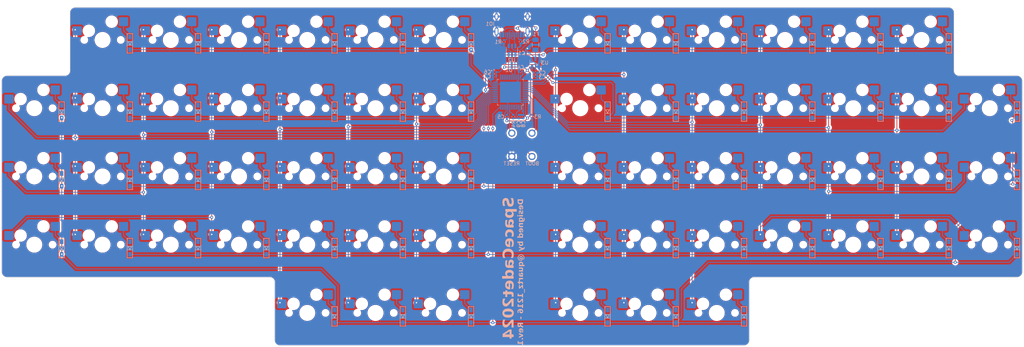
<source format=kicad_pcb>
(kicad_pcb (version 20221018) (generator pcbnew)
  (layers (0 "F.Cu" signal) (31 "B.Cu" signal) (34 "B.Paste" user) (35 "F.Paste" user) (36 "B.SilkS" user "B.Silkscreen") (37 "F.SilkS" user "F.Silkscreen") (38 "B.Mask" user) (39 "F.Mask" user) (44 "Edge.Cuts" user))
  (net 0 "")
  (net 1 "VBUS")
  (net 2 "GND")
  (net 3 "+3.3V")
  (net 4 "BOOT")
  (net 6 "ROW0")
  (net 7 "Net-(D1-A)")
  (net 8 "Net-(D2-A)")
  (net 9 "Net-(D3-A)")
  (net 10 "Net-(D4-A)")
  (net 11 "Net-(D5-A)")
  (net 12 "Net-(D6-A)")
  (net 13 "Net-(D7-A)")
  (net 14 "Net-(D8-A)")
  (net 15 "Net-(D9-A)")
  (net 16 "Net-(D10-A)")
  (net 17 "Net-(D11-A)")
  (net 18 "Net-(D12-A)")
  (net 19 "ROW1")
  (net 20 "Net-(D13-A)")
  (net 21 "Net-(D14-A)")
  (net 22 "Net-(D15-A)")
  (net 23 "Net-(D16-A)")
  (net 24 "Net-(D17-A)")
  (net 25 "Net-(D18-A)")
  (net 26 "Net-(D19-A)")
  (net 27 "Net-(D20-A)")
  (net 28 "Net-(D21-A)")
  (net 29 "Net-(D22-A)")
  (net 30 "Net-(D23-A)")
  (net 31 "Net-(D24-A)")
  (net 32 "ROW2")
  (net 33 "Net-(D25-A)")
  (net 34 "Net-(D26-A)")
  (net 35 "Net-(D27-A)")
  (net 36 "Net-(D28-A)")
  (net 37 "Net-(D29-A)")
  (net 38 "Net-(D30-A)")
  (net 39 "Net-(D31-A)")
  (net 40 "Net-(D32-A)")
  (net 41 "Net-(D33-A)")
  (net 42 "Net-(D34-A)")
  (net 43 "Net-(D35-A)")
  (net 44 "Net-(D36-A)")
  (net 45 "ROW3")
  (net 46 "Net-(D37-A)")
  (net 47 "Net-(D38-A)")
  (net 48 "Net-(D39-A)")
  (net 49 "Net-(D40-A)")
  (net 50 "Net-(D41-A)")
  (net 51 "Net-(D42-A)")
  (net 52 "Net-(D43-A)")
  (net 53 "Net-(D44-A)")
  (net 54 "Net-(D45-A)")
  (net 55 "Net-(D46-A)")
  (net 56 "Net-(D47-A)")
  (net 57 "Net-(D48-A)")
  (net 58 "ROW4")
  (net 59 "Net-(D49-A)")
  (net 60 "Net-(D50-A)")
  (net 61 "Net-(D51-A)")
  (net 62 "Net-(D52-A)")
  (net 63 "Net-(D53-A)")
  (net 64 "Net-(D54-A)")
  (net 65 "Net-(D55-A)")
  (net 66 "Net-(D56-A)")
  (net 67 "Net-(D57-A)")
  (net 68 "Net-(D58-A)")
  (net 69 "Net-(D59-A)")
  (net 70 "Net-(D60-A)")
  (net 71 "Net-(IO1-CC1)")
  (net 72 "DP")
  (net 73 "DN")
  (net 75 "Net-(IO1-CC2)")
  (net 76 "RST")
  (net 78 "COL0")
  (net 79 "COL1")
  (net 80 "COL2")
  (net 81 "COL3")
  (net 82 "COL4")
  (net 83 "COL5")
  (net 84 "COL6")
  (net 85 "COL7")
  (net 86 "COL8")
  (net 87 "COL9")
  (net 88 "COLa")
  (net 89 "COLb")
  (net 103 "D-")
  (net 104 "D+")
  (net 109 "Net-(U3-VI)")
  (footprint "MX_V2:MX-Hotswap-1U" (layer "F.Cu") (at 192.85 21.85)
    (fp_text reference "SW9")
    (fp_text value "SW_PUSH")
  )
  (footprint "MX_V2:MX-Hotswap-1U" (layer "F.Cu") (at 154.85 40.85)
    (fp_text reference "SW19")
    (fp_text value "SW_PUSH")
  )
  (footprint "MX_V2:MX-Hotswap-1U" (layer "F.Cu") (at 40.85 78.85)
    (fp_text reference "SW38")
    (fp_text value "SW_PUSH")
  )
  (footprint "MX_V2:MX-Hotswap-1U" (layer "F.Cu") (at 40.85 40.85)
    (fp_text reference "SW14")
    (fp_text value "SW_PUSH")
  )
  (footprint "MX_V2:MX-Hotswap-1U" (layer "F.Cu") (at 59.85 78.85)
    (fp_text reference "SW39")
    (fp_text value "SW_PUSH")
  )
  (footprint "MX_V2:MX-Hotswap-1U" (layer "F.Cu") (at 78.85 78.85)
    (fp_text reference "SW40")
    (fp_text value "SW_PUSH")
  )
  (footprint "MX_V2:MX-Hotswap-1U" (layer "F.Cu") (at 192.85 40.85)
    (fp_text reference "SW21")
    (fp_text value "SW_PUSH")
  )
  (footprint "MX_V2:MX-Hotswap-1U" (layer "F.Cu") (at 173.85 97.85)
    (fp_text reference "SW56")
    (fp_text value "SW_PUSH")
  )
  (footprint "MX_V2:MX-Hotswap-1U" (layer "F.Cu") (at 192.85 78.85)
    (fp_text reference "SW45")
    (fp_text value "SW_PUSH")
  )
  (footprint "MX_V2:MX-Hotswap-1U" (layer "F.Cu") (at 116.85 59.85)
    (fp_text reference "SW30")
    (fp_text value "SW_PUSH")
  )
  (footprint "MX_V2:MX-Hotswap-1U" (layer "F.Cu") (at 2.85 59.85)
    (fp_text reference "SW50")
    (fp_text value "SW_PUSH")
  )
  (footprint "MX_V2:MX-Hotswap-1U" (layer "F.Cu") (at 192.85 59.85)
    (fp_text reference "SW33")
    (fp_text value "SW_PUSH")
  )
  (footprint "MX_V2:MX-Hotswap-1U" (layer "F.Cu") (at 268.85 59.85)
    (fp_text reference "SW59")
    (fp_text value "SW_PUSH")
  )
  (footprint "MX_V2:MX-Hotswap-1U" (layer "F.Cu") (at 268.85 78.85)
    (fp_text reference "SW58")
    (fp_text value "SW_PUSH")
  )
  (footprint "MX_V2:MX-Hotswap-1U" (layer "F.Cu") (at 249.85 21.85)
    (fp_text reference "SW12")
    (fp_text value "SW_PUSH")
  )
  (footprint "MX_V2:MX-Hotswap-1U" (layer "F.Cu") (at 173.85 59.85)
    (fp_text reference "SW32")
    (fp_text value "SW_PUSH")
  )
  (footprint "MX_V2:MX-Hotswap-1U" (layer "F.Cu") (at 211.85 21.85)
    (fp_text reference "SW10")
    (fp_text value "SW_PUSH")
  )
  (footprint "MX_V2:MX-Hotswap-1U" (layer "F.Cu") (at 211.85 40.85)
    (fp_text reference "SW22")
    (fp_text value "SW_PUSH")
  )
  (footprint "MX_V2:MX-Hotswap-1U" (layer "F.Cu") (at 154.85 78.85)
    (fp_text reference "SW43")
    (fp_text value "SW_PUSH")
  )
  (footprint "MX_V2:MX-Hotswap-1U" (layer "F.Cu") (at 173.85 21.85)
    (fp_text reference "SW8")
    (fp_text value "SW_PUSH")
  )
  (footprint "MX_V2:MX-Hotswap-1U" (layer "F.Cu") (at 154.85 97.85)
    (fp_text reference "SW55")
    (fp_text value "SW_PUSH")
  )
  (footprint "MX_V2:MX-Hotswap-1U" (layer "F.Cu") (at 173.85 78.85)
    (fp_text reference "SW44")
    (fp_text value "SW_PUSH")
  )
  (footprint "MX_V2:MX-Hotswap-1U" (layer "F.Cu") (at 21.85 78.85)
    (fp_text reference "SW37")
    (fp_text value "SW_PUSH")
  )
  (footprint "MX_V2:MX-Hotswap-1U" (layer "F.Cu") (at 21.85 21.85)
    (fp_text reference "SW1")
    (fp_text value "SW_PUSH")
  )
  (footprint "MX_V2:MX-Hotswap-1U" (layer "F.Cu") (at 78.85 59.85)
    (fp_text reference "SW28")
    (fp_text value "SW_PUSH")
  )
  (footprint "MX_V2:MX-Hotswap-1U" (layer "F.Cu") (at 230.85 78.85)
    (fp_text reference "SW47")
    (fp_text value "SW_PUSH")
  )
  (footprint "MX_V2:MX-Hotswap-1U" (layer "F.Cu") (at 97.85 59.85)
    (fp_text reference "SW29")
    (fp_text value "SW_PUSH")
  )
  (footprint "MX_V2:MX-Hotswap-1U" (layer "F.Cu") (at 154.85 59.85)
    (fp_text reference "SW31")
    (fp_text value "SW_PUSH")
  )
  (footprint "MX_V2:MX-Hotswap-1U" (layer "F.Cu") (at 249.85 40.85)
    (fp_text reference "SW24")
    (fp_text value "SW_PUSH")
  )
  (footprint "MX_V2:MX-Hotswap-1U" (layer "F.Cu") (at 59.86 59.85)
    (fp_text reference "SW27")
    (fp_text value "SW_PUSH")
  )
  (footprint "MX_V2:MX-Hotswap-1U" (layer "F.Cu") (at 192.85 97.85)
    (fp_text reference "SW57")
    (fp_text value "SW_PUSH")
  )
  (footprint "MX_V2:MX-Hotswap-1U" (layer "F.Cu") (at 21.85 40.85)
    (fp_text reference "SW13")
    (fp_text value "SW_PUSH")
  )
  (footprint "MX_V2:MX-Hotswap-1U" (layer "F.Cu") (at 97.85 97.85)
    (fp_text reference "SW53")
    (fp_text value "SW_PUSH")
  )
  (footprint "MX_V2:MX-Hotswap-1U" (layer "F.Cu") (at 211.85 59.85)
    (fp_text reference "SW34")
    (fp_text value "SW_PUSH")
  )
  (footprint "MX_V2:MX-Hotswap-1U" (layer "F.Cu") (at 268.85 40.85)
    (fp_text reference "SW60")
    (fp_text value "SW_PUSH")
  )
  (footprint "MX_V2:MX-Hotswap-1U" (layer "F.Cu") (at 97.85 40.85)
    (fp_text reference "SW17")
    (fp_text value "SW_PUSH")
  )
  (footprint "MX_V2:MX-Hotswap-1U" (layer "F.Cu") (at 116.85 21.85)
    (fp_text reference "SW6")
    (fp_text value "SW_PUSH")
  )
  (footprint "MX_V2:MX-Hotswap-1U" (layer "F.Cu") (at 97.85 78.85)
    (fp_text reference "SW41")
    (fp_text value "SW_PUSH")
  )
  (footprint "MX_V2:MX-Hotswap-1U" (layer "F.Cu") (at 78.85 97.85)
    (fp_text reference "SW52")
    (fp_text value "SW_PUSH")
  )
  (footprint "MX_V2:MX-Hotswap-1U" (layer "F.Cu") (at 21.85 59.85)
    (fp_text reference "SW25")
    (fp_text value "SW_PUSH")
  )
  (footprint "MX_V2:MX-Hotswap-1U" (layer "F.Cu") (at 249.85 78.85)
    (fp_text reference "SW48")
    (fp_text value "SW_PUSH")
  )
  (footprint "MX_V2:MX-Hotswap-1U" (layer "F.Cu") (at 116.85 78.85)
    (fp_text reference "SW42")
    (fp_text value "SW_PUSH")
  )
  (footprint "MX_V2:MX-Hotswap-1U" (layer "F.Cu") (at 249.85 59.85)
    (fp_text reference "SW36")
    (fp_text value "SW_PUSH")
  )
  (footprint "MX_V2:MX-Hotswap-1U" (layer "F.Cu") (at 154.85 21.85)
    (fp_text reference "SW7")
    (fp_text value "SW_PUSH")
  )
  (footprint "MX_V2:MX-Hotswap-1U" (layer "F.Cu") (at 78.85 21.85)
    (fp_text reference "SW4")
    (fp_text value "SW_PUSH")
  )
  (footprint "MX_V2:MX-Hotswap-1U" (layer "F.Cu") (at 59.85 21.85)
    (fp_text reference "SW3")
    (fp_text value "SW_PUSH")
  )
  (footprint "MX_V2:MX-Hotswap-1U" (layer "F.Cu") (at 116.85 40.85)
    (fp_text reference "SW18")
    (fp_text value "SW_PUSH")
  )
  (footprint "MX_V2:MX-Hotswap-1U" (layer "F.Cu") (at 230.85 21.85)
    (fp_text reference "SW11")
    (fp_text value "SW_PUSH")
  )
  (footprint "MX_V2:MX-Hotswap-1U" (layer "F.Cu") (at 2.85 40.85)
    (fp_text reference "SW49")
    (fp_text value "SW_PUSH")
  )
  (footprint "MX_V2:MX-Hotswap-1U" (layer "F.Cu") (at 78.85 40.85)
    (fp_text reference "SW16")
    (fp_text value "SW_PUSH")
  )
  (footprint "MX_V2:MX-Hotswap-1U" (layer "F.Cu") (at 173.85 40.85)
    (fp_text reference "SW20")
    (fp_text value "SW_PUSH")
  )
  (footprint "MX_V2:MX-Hotswap-1U" (layer "F.Cu") (at 211.85 78.85)
    (fp_text reference "SW46")
    (fp_text value "SW_PUSH")
  )
  (footprint "MX_V2:MX-Hotswap-1U" (layer "F.Cu") (at 230.85 59.85)
    (fp_text reference "SW35")
    (fp_text value "SW_PUSH")
  )
  (footprint "MX_V2:MX-Hotswap-1U" (layer "F.Cu") (at 59.85 40.85)
    (fp_text reference "SW15")
    (fp_text value "SW_PUSH")
  )
  (footprint "MX_V2:MX-Hotswap-1U" (layer "F.Cu") (at 40.85 59.85)
    (fp_text reference "SW26")
    (fp_text value "SW_PUSH")
  )
  (footprint "MX_V2:MX-Hotswap-1U" (layer "F.Cu") (at 40.85 21.85)
    (fp_text reference "SW2")
    (fp_text value "SW_PUSH")
  )
  (footprint "MX_V2:MX-Hotswap-1U" (layer "F.Cu") (at 97.85 21.85)
    (fp_text reference "SW5")
    (fp_text value "SW_PUSH")
  )
  (footprint "MX_V2:MX-Hotswap-1U" (layer "F.Cu") (at 230.85 40.85)
    (fp_text reference "SW23")
    (fp_text value "SW_PUSH")
  )
  (footprint "MX_V2:MX-Hotswap-1U" (layer "F.Cu") (at 116.85 97.85)
    (fp_text reference "SW54")
    (fp_text value "SW_PUSH")
  )
  (footprint "MX_V2:MX-Hotswap-1U" (layer "F.Cu") (at 2.85 78.85)
    (fp_text reference "SW51")
    (fp_text value "SW_PUSH")
  )
  (footprint "kbd:D3_SMD" (layer "B.Cu") (at 257.45 22.8 90)
    (fp_text reference "D12" hide)
    (fp_text value "D_Small" hide)
  )
  (footprint "kbd:D3_SMD" (layer "B.Cu") (at 181.45 22.8 90)
    (fp_text reference "D8" hide)
    (fp_text value "D_Small" hide)
  )
  (footprint "kbd:D3_SMD" (layer "B.Cu") (at 181.45 79.8 90)
    (fp_text reference "D44" hide)
    (fp_text value "D_Small" hide)
  )
  (footprint "kbd:ResetSW" (layer "B.Cu") (at 135.8 51.05 -90)
    (fp_text reference "RS1" hide)
    (fp_text value "RST")
  )
  (footprint "kbd:D3_SMD" (layer "B.Cu") (at 86.45 79.8 90)
    (fp_text reference "D40" hide)
    (fp_text value "D_Small" hide)
  )
  (footprint "kbd:D3_SMD" (layer "B.Cu") (at 67.45 60.8 90)
    (fp_text reference "D27" hide)
    (fp_text value "D_Small" hide)
  )
  (footprint "kbd:D3_SMD" (layer "B.Cu") (at 162.45 41.8 90)
    (fp_text reference "D19" hide)
    (fp_text value "D_Small" hide)
  )
  (footprint "kbd:D3_SMD" (layer "B.Cu") (at 181.45 60.8 90)
    (fp_text reference "D32" hide)
    (fp_text value "D_Small" hide)
  )
  (footprint "Fuse:Fuse_1206_3216Metric" (layer "B.Cu") (at 142.4 23.2 -90)
    (fp_text reference "F1")
    (fp_text value "500mA")
  )
  (footprint "Package_TO_SOT_SMD:SOT-23-3" (layer "B.Cu") (at 142.4 28.2 90)
    (fp_text reference "U3")
    (fp_text value "XC6206PxxxMR")
  )
  (footprint "Resistor_SMD:R_0402_1005Metric" (layer "B.Cu") (at 138.2 22.325 -90)
    (fp_text reference "R2")
    (fp_text value "5.1k")
  )
  (footprint "Capacitor_SMD:C_0402_1005Metric" (layer "B.Cu") (at 139 43.2 90)
    (fp_text reference "C8")
    (fp_text value "100n")
  )
  (footprint "kbd:D3_SMD" (layer "B.Cu") (at 86.45 22.8 90)
    (fp_text reference "D4" hide)
    (fp_text value "D_Small" hide)
  )
  (footprint "kbd:D3_SMD" (layer "B.Cu") (at 48.45 79.8 90)
    (fp_text reference "D38" hide)
    (fp_text value "D_Small" hide)
  )
  (footprint "kbd:D3_SMD" (layer "B.Cu") (at 67.45 22.8 90)
    (fp_text reference "D3" hide)
    (fp_text value "D_Small" hide)
  )
  (footprint "kbd:D3_SMD" (layer "B.Cu") (at 86.45 98.8 90)
    (fp_text reference "D52" hide)
    (fp_text value "D_Small" hide)
  )
  (footprint "kbd:D3_SMD" (layer "B.Cu") (at 48.45 22.8 90)
    (fp_text reference "D2" hide)
    (fp_text value "D_Small" hide)
  )
  (footprint "Resistor_SMD:R_0402_1005Metric" (layer "B.Cu") (at 141.4 43.2 -90)
    (fp_text reference "R3")
    (fp_text value "5.1k")
  )
  (footprint "kbd:D3_SMD" (layer "B.Cu") (at 124.45 41.8 90)
    (fp_text reference "D18" hide)
    (fp_text value "D_Small" hide)
  )
  (footprint "kbd:D3_SMD" (layer "B.Cu") (at 200.45 79.8 90)
    (fp_text reference "D45" hide)
    (fp_text value "D_Small" hide)
  )
  (footprint "kbd:D3_SMD" (layer "B.Cu") (at 276.45 79.8 90)
    (fp_text reference "D58" hide)
    (fp_text value "D_Small" hide)
  )
  (footprint "kbd:D3_SMD" (layer "B.Cu") (at 124.45 22.8 90)
    (fp_text reference "D6" hide)
    (fp_text value "D_Small" hide)
  )
  (footprint "kbd:D3_SMD" (layer "B.Cu") (at 276.45 60.8 90)
    (fp_text reference "D59" hide)
    (fp_text value "D_Small" hide)
  )
  (footprint "kbd:D3_SMD" (layer "B.Cu") (at 29.45 79.8 90)
    (fp_text reference "D37" hide)
    (fp_text value "D_Small" hide)
  )
  (footprint "kbd:D3_SMD" (layer "B.Cu") (at 162.45 79.8 90)
    (fp_text reference "D43" hide)
    (fp_text value "D_Small" hide)
  )
  (footprint "kbd:D3_SMD" (layer "B.Cu") (at 10.45 60.8 90)
    (fp_text reference "D50" hide)
    (fp_text value "D_Small" hide)
  )
  (footprint "kbd:D3_SMD" (layer "B.Cu") (at 29.45 22.8 90)
    (fp_text reference "D1" hide)
    (fp_text value "D_Small" hide)
  )
  (footprint "kbd:D3_SMD" (layer "B.Cu") (at 105.45 98.8 90)
    (fp_text reference "D53" hide)
    (fp_text value "D_Small" hide)
  )
  (footprint "kbd:D3_SMD" (layer "B.Cu") (at 257.45 79.8 90)
    (fp_text reference "D48" hide)
    (fp_text value "D_Small" hide)
  )
  (footprint "kbd:D3_SMD" (layer "B.Cu") (at 276.45 41.8 90)
    (fp_text reference "D60" hide)
    (fp_text value "D_Small" hide)
  )
  (footprint "kbd:D3_SMD" (layer "B.Cu") (at 200.45 60.8 90)
    (fp_text reference "D33" hide)
    (fp_text value "D_Small" hide)
  )
  (footprint "kbd:D3_SMD" (layer "B.Cu") (at 67.45 79.8 90)
    (fp_text reference "D39" hide)
    (fp_text value "D_Small" hide)
  )
  (footprint "kbd:D3_SMD" (layer "B.Cu") (at 219.45 79.8 90)
    (fp_text reference "D46" hide)
    (fp_text value "D_Small" hide)
  )
  (footprint "Package_QFP:LQFP-48_7x7mm_P0.5mm" (layer "B.Cu") (at 135.4 36.4 90)
    (fp_text reference "U1")
    (fp_text value "STM32F072C8Tx")
  )
  (footprint "kbd:D3_SMD" (layer "B.Cu") (at 48.45 60.8 90)
    (fp_text reference "D26" hide)
    (fp_text value "D_Small" hide)
  )
  (footprint "kbd:D3_SMD" (layer "B.Cu") (at 238.45 41.8 90)
    (fp_text reference "D23" hide)
    (fp_text value "D_Small" hide)
  )
  (footprint "Capacitor_SMD:C_0402_1005Metric" (layer "B.Cu") (at 142.4 31)
    (fp_text reference "C2")
    (fp_text value "1u")
  )
  (footprint "Package_TO_SOT_SMD:SOT-23-6" (layer "B.Cu") (at 135.85 24.7 90)
    (fp_text reference "U2")
    (fp_text value "USBLC6-2SC6")
  )
  (footprint "kbd:D3_SMD" (layer "B.Cu") (at 67.45 41.8 90)
    (fp_text reference "D15" hide)
    (fp_text value "D_Small" hide)
  )
  (footprint "kbd:D3_SMD" (layer "B.Cu") (at 162.45 22.8 90)
    (fp_text reference "D7" hide)
    (fp_text value "D_Small" hide)
  )
  (footprint "Capacitor_SMD:C_0402_1005Metric" (layer "B.Cu") (at 131 31.8 180)
    (fp_text reference "C7")
    (fp_text value "100n")
  )
  (footprint "Capacitor_SMD:C_0402_1005Metric" (layer "B.Cu") (at 140.2 25.4 180)
    (fp_text reference "C1")
    (fp_text value "1u")
  )
  (footprint "kbd:D3_SMD" (layer "B.Cu") (at 124.45 60.8 90)
    (fp_text reference "D30" hide)
    (fp_text value "D_Small" hide)
  )
  (footprint "kbd:D3_SMD" (layer "B.Cu") (at 181.45 41.8 90)
    (fp_text reference "D20" hide)
    (fp_text value "D_Small" hide)
  )
  (footprint "Capacitor_SMD:C_0402_1005Metric" (layer "B.Cu") (at 134.4 43.2 90)
    (fp_text reference "C5")
    (fp_text value "100n")
  )
  (footprint "Capacitor_SMD:C_0402_1005Metric" (layer "B.Cu") (at 131 30.8 180)
    (fp_text reference "C6")
    (fp_text value "100n")
  )
  (footprint "Type-C:HRO-TYPE-C-31-M-12" (layer "B.Cu") (at 135.85 12.73)
    (fp_text reference "IO1")
    (fp_text value "HRO-TYPE-C-31-M-12")
  )
  (footprint "kbd:D3_SMD" (layer "B.Cu") (at 219.45 41.8 90)
    (fp_text reference "D22" hide)
    (fp_text value "D_Small" hide)
  )
  (footprint "Capacitor_SMD:C_0402_1005Metric" (layer "B.Cu") (at 137.75 43.2 90)
    (fp_text reference "C9")
    (fp_text value "100n")
  )
  (footprint "Resistor_SMD:R_0402_1005Metric" (layer "B.Cu") (at 136.2 43.2 90)
    (fp_text reference "R4")
    (fp_text value "5.1k")
  )
  (footprint "kbd:D3_SMD" (layer "B.Cu") (at 219.45 60.8 90)
    (fp_text reference "D34" hide)
    (fp_text value "D_Small" hide)
  )
  (footprint "kbd:D3_SMD" (layer "B.Cu") (at 257.45 60.8 90)
    (fp_text reference "D36" hide)
    (fp_text value "D_Small" hide)
  )
  (footprint "Resistor_SMD:R_0402_1005Metric" (layer "B.Cu") (at 133.6 22.4 -90)
    (fp_text reference "R1")
    (fp_text value "5.1k")
  )
  (footprint "kbd:D3_SMD" (layer "B.Cu") (at 105.45 79.8 90)
    (fp_text reference "D41" hide)
    (fp_text value "D_Small" hide)
  )
  (footprint "kbd:D3_SMD" (layer "B.Cu") (at 10.45 41.8 90)
    (fp_text reference "D49" hide)
    (fp_text value "D_Small" hide)
  )
  (footprint "kbd:D3_SMD" (layer "B.Cu") (at 238.45 79.8 90)
    (fp_text reference "D47" hide)
    (fp_text value "D_Small" hide)
  )
  (footprint "kbd:D3_SMD" (layer "B.Cu") (at 124.45 79.8 90)
    (fp_text reference "D42" hide)
    (fp_text value "D_Small" hide)
  )
  (footprint "kbd:D3_SMD" (layer "B.Cu") (at 105.45 60.8 90)
    (fp_text reference "D29" hide)
    (fp_text value "D_Small" hide)
  )
  (footprint "kbd:D3_SMD" (layer "B.Cu") (at 105.45 22.8 90)
    (fp_text reference "D5" hide)
    (fp_text value "D_Small" hide)
  )
  (footprint "kbd:D3_SMD" (layer "B.Cu") (at 29.45 60.8 90)
    (fp_text reference "D25" hide)
    (fp_text value "D_Small" hide)
  )
  (footprint "Capacitor_SMD:C_0402_1005Metric" (layer "B.Cu") (at 138.2 30.6 180)
    (fp_text reference "C4")
    (fp_text value "1u")
  )
  (footprint "kbd:D3_SMD" (layer "B.Cu") (at 238.45 60.8 90)
    (fp_text reference "D35" hide)
    (fp_text value "D_Small" hide)
  )
  (footprint "kbd:D3_SMD" (layer "B.Cu") (at 86.45 60.8 90)
    (fp_text reference "D28" hide)
    (fp_text value "D_Small" hide)
  )
  (footprint "kbd:D3_SMD" (layer "B.Cu") (at 48.45 41.8 90)
    (fp_text reference "D14" hide)
    (fp_text value "D_Small" hide)
  )
  (footprint "kbd:D3_SMD" (layer "B.Cu") (at 10.45 79.8 90)
    (fp_text reference "D51" hide)
    (fp_text value "D_Small" hide)
  )
  (footprint "kbd:D3_SMD" (layer "B.Cu") (at 29.45 41.8 90)
    (fp_text reference "D13" hide)
    (fp_text value "D_Small" hide)
  )
  (footprint "kbd:D3_SMD" (layer "B.Cu") (at 200.45 41.8 90)
    (fp_text reference "D21" hide)
    (fp_text value "D_Small" hide)
  )
  (footprint "kbd:D3_SMD" (layer "B.Cu") (at 238.45 22.8 90)
    (fp_text reference "D11" hide)
    (fp_text value "D_Small" hide)
  )
  (footprint "kbd:D3_SMD" (layer "B.Cu") (at 200.45 22.8 90)
    (fp_text reference "D9" hide)
    (fp_text value "D_Small" hide)
  )
  (footprint "kbd:D3_SMD" (layer "B.Cu") (at 219.45 22.8 90)
    (fp_text reference "D10" hide)
    (fp_text value "D_Small" hide)
  )
  (footprint "kbd:D3_SMD" (layer "B.Cu") (at 124.45 98.8 90)
    (fp_text reference "D54" hide)
    (fp_text value "D_Small" hide)
  )
  (footprint "kbd:D3_SMD" (layer "B.Cu") (at 162.45 60.8 90)
    (fp_text reference "D31" hide)
    (fp_text value "D_Small" hide)
  )
  (footprint "kbd:ResetSW" (layer "B.Cu") (at 141.4 51.05 -90)
    (fp_text reference "BT1" hide)
    (fp_text value "BOOT")
  )
  (footprint "kbd:D3_SMD" (layer "B.Cu") (at 162.45 98.8 90)
    (fp_text reference "D55" hide)
    (fp_text value "D_Small" hide)
  )
  (footprint "kbd:D3_SMD" (layer "B.Cu") (at 86.45 41.8 90)
    (fp_text reference "D16" hide)
    (fp_text value "D_Small" hide)
  )
  (footprint "kbd:D3_SMD" (layer "B.Cu") (at 181.45 98.8 90)
    (fp_text reference "D56" hide)
    (fp_text value "D_Small" hide)
  )
  (footprint "kbd:D3_SMD" (layer "B.Cu") (at 105.45 41.8 90)
    (fp_text reference "D17" hide)
    (fp_text value "D_Small" hide)
  )
  (footprint "kbd:D3_SMD" (layer "B.Cu") (at 257.45 41.8 90)
    (fp_text reference "D24" hide)
    (fp_text value "D_Small" hide)
  )
  (footprint "Capacitor_SMD:C_0402_1005Metric" (layer "B.Cu") (at 142.4 32)
    (fp_text reference "C3")
    (fp_text value "4.7u")
  )
  (footprint "kbd:D3_SMD" (layer "B.Cu") (at 200.45 98.8 90)
    (fp_text reference "D57" hide)
    (fp_text value "D_Small" hide)
  )
  (gr_arc (start -6.175 33.25) (mid -5.757627 32.242373) (end -4.75 31.825) (stroke (width 0.1)) (layer "Edge.Cuts"))
  (gr_line (start 258.875 14.25) (end 258.874998 30.400001) (stroke (width 0.1)) (layer "Edge.Cuts"))
  (gr_line (start -6.175 86.45) (end -6.175 33.25) (stroke (width 0.1)) (layer "Edge.Cuts"))
  (gr_line (start 277.875 33.25) (end 277.875 86.45) (stroke (width 0.1)) (layer "Edge.Cuts"))
  (gr_arc (start 12.825 14.25) (mid 13.242373 13.242373) (end 14.25 12.825) (stroke (width 0.1)) (layer "Edge.Cuts"))
  (gr_arc (start -4.75 87.875) (mid -5.757627 87.457627) (end -6.175 86.45) (stroke (width 0.1)) (layer "Edge.Cuts"))
  (gr_line (start 69.825 105.45) (end 69.825 89.3) (stroke (width 0.1)) (layer "Edge.Cuts"))
  (gr_arc (start 276.45 31.825) (mid 277.457627 32.242373) (end 277.875 33.25) (stroke (width 0.1)) (layer "Edge.Cuts"))
  (gr_line (start 12.825 30.4) (end 12.825 14.25) (stroke (width 0.1)) (layer "Edge.Cuts"))
  (gr_line (start 276.45 87.875) (end 203.299999 87.874999) (stroke (width 0.1)) (layer "Edge.Cuts"))
  (gr_line (start 68.4 87.875) (end -4.75 87.875) (stroke (width 0.1)) (layer "Edge.Cuts"))
  (gr_arc (start 201.875 105.45) (mid 201.457627 106.457627) (end 200.45 106.875) (stroke (width 0.1)) (layer "Edge.Cuts"))
  (gr_arc (start 12.825 30.4) (mid 12.407627 31.407627) (end 11.4 31.825) (stroke (width 0.1)) (layer "Edge.Cuts"))
  (gr_arc (start 257.45 12.825) (mid 258.457627 13.242373) (end 258.875 14.25) (stroke (width 0.1)) (layer "Edge.Cuts"))
  (gr_arc (start 71.25 106.875) (mid 70.242373 106.457627) (end 69.825 105.45) (stroke (width 0.1)) (layer "Edge.Cuts"))
  (gr_line (start 260.299998 31.825001) (end 276.45 31.825) (stroke (width 0.1)) (layer "Edge.Cuts"))
  (gr_arc (start 260.299998 31.825001) (mid 259.292371 31.407628) (end 258.874998 30.400001) (stroke (width 0.1)) (layer "Edge.Cuts"))
  (gr_line (start 200.45 106.875) (end 71.25 106.875) (stroke (width 0.1)) (layer "Edge.Cuts"))
  (gr_arc (start 277.875 86.45) (mid 277.457627 87.457627) (end 276.45 87.875) (stroke (width 0.1)) (layer "Edge.Cuts"))
  (gr_arc (start 201.874999 89.299999) (mid 202.292372 88.292372) (end 203.299999 87.874999) (stroke (width 0.1)) (layer "Edge.Cuts"))
  (gr_line (start 201.874999 89.299999) (end 201.875 105.45) (stroke (width 0.1)) (layer "Edge.Cuts"))
  (gr_line (start -4.75 31.825) (end 11.4 31.825) (stroke (width 0.1)) (layer "Edge.Cuts"))
  (gr_arc (start 68.4 87.875) (mid 69.407627 88.292373) (end 69.825 89.3) (stroke (width 0.1)) (layer "Edge.Cuts"))
  (gr_line (start 14.25 12.825) (end 257.45 12.825) (stroke (width 0.1)) (layer "Edge.Cuts"))
  (gr_text "Designed by @quartz_1216 - Rev.1" (at 139.175 66.025 90) (layer "B.SilkS") (effects (font (size 1.5 1.5) (thickness 0.3) bold) (justify left bottom mirror)))
  (gr_text "SpaceCadet2024" (at 136.8 65.55 90) (layer "B.SilkS") (effects (font (size 3 3) (thickness 0.3) bold) (justify left bottom mirror)))
  (segment (start 137.8 18.16) (end 142.135 18.16) (width 0.2) (layer "F.Cu") (net 1))
  (segment (start 137.38 18.58) (end 137.8 18.16) (width 0.2) (layer "F.Cu") (net 1))
  (segment (start 142.135 18.16) (end 142.5 18.525) (width 0.2) (layer "F.Cu") (net 1))
  (via (at 137.38 18.58) (size 0.8) (drill 0.4) (layers "F.Cu" "B.Cu") (net 1))
  (via (at 142.5 18.525) (size 0.8) (drill 0.4) (layers "F.Cu" "B.Cu") (net 1))
  (segment (start 134.314594 18.58) (end 137.38 18.58) (width 0.2) (layer "B.Cu") (net 1))
  (segment (start 142.5 18.525) (end 142.4 18.625) (width 0.2) (layer "B.Cu") (net 1))
  (segment (start 133.4 19.494594) (end 134.314594 18.58) (width 0.2) (layer "B.Cu") (net 1))
  (segment (start 133.4 20.425) (end 133.4 19.494594) (width 0.2) (layer "B.Cu") (net 1))
  (segment (start 138.3 19.5) (end 137.38 18.58) (width 0.2) (layer "B.Cu") (net 1))
  (segment (start 141.125 21.8) (end 142.4 21.8) (width 0.2) (layer "B.Cu") (net 1))
  (segment (start 135.85 24.224999) (end 136.325001 24.7) (width 0.2) (layer "B.Cu") (net 1))
  (segment (start 142.4 18.625) (end 142.4 21.8) (width 0.2) (layer "B.Cu") (net 1))
  (segment (start 135.85 23.5625) (end 135.85 24.224999) (width 0.2) (layer "B.Cu") (net 1))
  (segment (start 138.225 24.7) (end 141.125 21.8) (width 0.2) (layer "B.Cu") (net 1))
  (segment (start 138.3 20.425) (end 138.3 19.5) (width 0.2) (layer "B.Cu") (net 1))
  (segment (start 136.325001 24.7) (end 138.225 24.7) (width 0.2) (layer "B.Cu") (net 1))
  (segment (start 140.17 24.18) (end 140.17 19.51) (width 0.2) (layer "F.Cu") (net 2))
  (segment (start 140.125 24.225) (end 140.17 24.18) (width 0.2) (layer "F.Cu") (net 2))
  (via (at 140.125 24.225) (size 0.8) (drill 0.4) (layers "F.Cu" "B.Cu") (net 2))
  (segment (start 139.5625 38.65) (end 140.33241 38.65) (width 0.2) (layer "B.Cu") (net 2))
  (segment (start 136.50741 37.36482) (end 136.50741 36.36482) (width 0.2) (layer "B.Cu") (net 2))
  (segment (start 140.17 15.33) (end 140.17 19.51) (width 0.2) (layer "B.Cu") (net 2))
  (segment (start 140.17 15.33) (end 131.53 15.33) (width 0.2) (layer "B.Cu") (net 2))
  (segment (start 139.5625 38.65) (end 137.79259 38.65) (width 0.2) (layer "B.Cu") (net 2))
  (segment (start 136.50741 36.36482) (end 134.65 38.22223) (width 0.2) (layer "B.Cu") (net 2))
  (segment (start 135 24.6) (end 133.6 24.6) (width 0.2) (layer "B.Cu") (net 2))
  (segment (start 132.8 17.58) (end 131.53 18.85) (width 0.2) (layer "B.Cu") (net 2))
  (segment (start 131.53 18.85) (end 131.53 19.51) (width 0.2) (layer "B.Cu") (net 2))
  (segment (start 137.65 33.00741) (end 137.65 32.2375) (width 0.2) (layer "B.Cu") (net 2))
  (segment (start 140.17 19.51) (end 140.17 20.865) (width 0.2) (layer "B.Cu") (net 2))
  (segment (start 140.125 24.225) (end 139.72 24.63) (width 0.2) (layer "B.Cu") (net 2))
  (segment (start 139 39.85741) (end 139 42.72) (width 0.2) (layer "B.Cu") (net 2))
  (segment (start 137.72 29.48) (end 137.72 30.6) (width 0.2) (layer "B.Cu") (net 2))
  (segment (start 139.72 24.63) (end 139.72 25.4) (width 0.2) (layer "B.Cu") (net 2))
  (segment (start 140.78 43.09) (end 141.4 43.71) (width 0.2) (layer "B.Cu") (net 2))
  (segment (start 132.445 20.425) (end 131.53 19.51) (width 0.2) (layer "B.Cu") (net 2))
  (segment (start 131.53 19.51) (end 131.53 15.33) (width 0.2) (layer "B.Cu") (net 2))
  (segment (start 132.625 20.425) (end 132.625 21.935) (width 0.2) (layer "B.Cu") (net 2))
  (segment (start 132.625 20.425) (end 132.445 20.425) (width 0.2) (layer "B.Cu") (net 2))
  (segment (start 135.85 25.45) (end 135.85 25.8375) (width 0.2) (layer "B.Cu") (net 2))
  (segment (start 143.35 29.3375) (end 143.35 30.53) (width 0.2) (layer "B.Cu") (net 2))
  (segment (start 134.65 38.22223) (end 134.65 40.5625) (width 0.2) (layer "B.Cu") (net 2))
  (segment (start 137.79259 38.65) (end 137.571295 38.428705) (width 0.2) (layer "B.Cu") (net 2))
  (segment (start 135.8 54.3) (end 135.8 50.8) (width 0.2) (layer "B.Cu") (net 2))
  (segment (start 130.52 30.8) (end 130.52 31.8) (width 0.2) (layer "B.Cu") (net 2))
  (segment (start 135 24.6) (end 135.85 25.45) (width 0.2) (layer "B.Cu") (net 2))
  (segment (start 136.50741 34.15) (end 137.65 33.00741) (width 0.2) (layer "B.Cu") (net 2))
  (segment (start 137.571295 38.428705) (end 136.50741 37.36482) (width 0.2) (layer "B.Cu") (net 2))
  (segment (start 134.65 42.47) (end 134.65 40.5625) (width 0.2) (layer "B.Cu") (net 2))
  (segment (start 132.625 21.935) (end 133.6 22.91) (width 0.2) (layer "B.Cu") (net 2))
  (segment (start 130.52 31.8) (end 130 31.8) (width 0.2) (layer "B.Cu") (net 2))
  (segment (start 133.6 22.91) (end 133.6 23.05) (width 0.2) (layer "B.Cu") (net 2))
  (segment (start 133.6 24.6) (end 132.05 24.6) (width 0.2) (layer "B.Cu") (net 2))
  (segment (start 139.99 19.51) (end 139.075 20.425) (width 0.2) (layer "B.Cu") (net 2))
  (segment (start 130 33.6875) (end 130.4625 34.15) (width 0.2) (layer "B.Cu") (net 2))
  (segment (start 139.2 28) (end 137.72 29.48) (width 0.2) (layer "B.Cu") (net 2))
  (segment (start 137.65 30.67) (end 137.65 32.2375) (width 0.2) (layer "B.Cu") (net 2))
  (segment (start 138.79 17.58) (end 132.8 17.58) (width 0.2) (layer "B.Cu") (net 2))
  (segment (start 134.4 42.72) (end 134.65 42.47) (width 0.2) (layer "B.Cu") (net 2))
  (segment (start 136.50741 34.15) (end 136.50741 36.36482) (width 0.2) (layer "B.Cu") (net 2))
  (segment (start 140.33241 38.65) (end 140.78 39.09759) (width 0.2) (layer "B.Cu") (net 2))
  (segment (start 139.2 28) (end 142.0125 28) (width 0.2) (layer "B.Cu") (net 2))
  (segment (start 130 31.8) (end 130 33.6875) (width 0.2) (layer "B.Cu") (net 2))
  (segment (start 143.35 30.53) (end 142.88 31) (width 0.2) (layer "B.Cu") (net 2))
  (segment (start 137.72 30.6) (end 137.65 30.67) (width 0.2) (layer "B.Cu") (net 2))
  (segment (start 140.17 19.51) (end 139.99 19.51) (width 0.2) (layer "B.Cu") (net 2))
  (segment (start 132.05 24.6) (end 130 26.65) (width 0.2) (layer "B.Cu") (net 2))
  (segment (start 140.17 20.865) (end 138.2 22.835) (width 0.2) (layer "B.Cu") (net 2))
  (segment (start 140.78 39.09759) (end 140.78 43.09) (width 0.2) (layer "B.Cu") (net 2))
  (segment (start 142.88 31) (end 142.88 32) (width 0.2) (layer "B.Cu") (net 2))
  (segment (start 130 26.65) (end 130 31.8) (width 0.2) (layer "B.Cu") (net 2))
  (segment (start 135.8 50.8) (end 141.4 45.2) (width 0.2) (layer "B.Cu") (net 2))
  (segment (start 131.2375 34.15) (end 136.50741 34.15) (width 0.2) (layer "B.Cu") (net 2))
  (segment (start 133.6 23.05) (end 132.05 24.6) (width 0.2) (layer "B.Cu") (net 2))
  (segment (start 140.17 18.96) (end 138.79 17.58) (width 0.2) (layer "B.Cu") (net 2))
  (segment (start 139 39.85741) (end 137.571295 38.428705) (width 0.2) (layer "B.Cu") (net 2))
  (segment (start 140.17 19.51) (end 140.17 18.96) (width 0.2) (layer "B.Cu") (net 2))
  (segment (start 130.4625 34.15) (end 131.2375 34.15) (width 0.2) (layer "B.Cu") (net 2))
  (segment (start 141.4 45.2) (end 141.4 43.71) (width 0.2) (layer "B.Cu") (net 2))
  (segment (start 142.0125 28) (end 143.35 29.3375) (width 0.2) (layer "B.Cu") (net 2))
  (segment (start 140.2 43.6) (end 141 42.8) (width 0.2) (layer "F.Cu") (net 3))
  (segment (start 139.4 44.4) (end 140.2 43.6) (width 0.2) (layer "F.Cu") (net 3))
  (segment (start 141.4 54.3) (end 139.4 52.3) (width 0.2) (layer "F.Cu") (net 3))
  (segment (start 133.8 29.4) (end 139.2 29.4) (width 0.2) (layer "F.Cu") (net 3))
  (segment (start 139.2 29.4) (end 140.09375 30.29375) (width 0.2) (layer "F.Cu") (net 3))
  (segment (start 141 31.2) (end 140.09375 30.29375) (width 0.2) (layer "F.Cu") (net 3))
  (segment (start 134.4 44.3495) (end 134.4505 44.4) (width 0.2) (layer "F.Cu") (net 3))
  (segment (start 141 42.8) (end 141 31.2) (width 0.2) (layer "F.Cu") (net 3))
  (segment (start 139.4 44.6) (end 139.4 44.4) (width 0.2) (layer "F.Cu") (net 3))
  (segment (start 134.4505 44.4) (end 139.4 44.4) (width 0.2) (layer "F.Cu") (net 3))
  (segment (start 139.4 52.3) (end 139.4 44.6) (width 0.2) (layer "F.Cu") (net 3))
  (via (at 140.2 43.6) (size 0.8) (drill 0.4) (layers "F.Cu" "B.Cu") (net 3))
  (via (at 133.8 29.4) (size 0.8) (drill 0.4) (layers "F.Cu" "B.Cu") (net 3))
  (via (at 134.4 44.3495) (size 0.8) (drill 0.4) (layers "F.Cu" "B.Cu") (net 3))
  (via (at 140.09375 30.29375) (size 0.8) (drill 0.4) (layers "F.Cu" "B.Cu") (net 3))
  (segment (start 137.65 41.6) (end 137.88241 41.6) (width 0.2) (layer "B.Cu") (net 3))
  (segment (start 137.57 43.71) (end 137.6 43.68) (width 0.2) (layer "B.Cu") (net 3))
  (segment (start 139.61 43.07) (end 139.61 39.1975) (width 0.2) (layer "B.Cu") (net 3))
  (segment (start 140.7875 29.6) (end 140.8 29.6) (width 0.2) (layer "B.Cu") (net 3))
  (segment (start 137 42.25) (end 137.65 41.6) (width 0.2) (layer "B.Cu") (net 3))
  (segment (start 138.15 41.33241) (end 138.15 40.5625) (width 0.2) (layer "B.Cu") (net 3))
  (segment (start 138.97 43.71) (end 139 43.68) (width 0.2) (layer "B.Cu") (net 3))
  (segment (start 134.15 41.85) (end 133.79 42.21) (width 0.2) (layer "B.Cu") (net 3))
  (segment (start 138.39375 31.99375) (end 138.15 32.2375) (width 0.2) (layer "B.Cu") (net 3))
  (segment (start 137.88241 41.6) (end 138.15 41.33241) (width 0.2) (layer "B.Cu") (net 3))
  (segment (start 140.09375 30.29375) (end 140.7875 29.6) (width 0.2) (layer "B.Cu") (net 3))
  (segment (start 138.68 31.7075) (end 138.39375 31.99375) (width 0.2) (layer "B.Cu") (net 3))
  (segment (start 139 43.68) (end 139.61 43.07) (width 0.2) (layer "B.Cu") (net 3))
  (segment (start 139.61 39.1975) (end 139.5625 39.15) (width 0.2) (layer "B.Cu") (net 3))
  (segment (start 140.8 29.6) (end 141.0625 29.3375) (width 0.2) (layer "B.Cu") (net 3))
  (segment (start 137 43.6) (end 137 42.25) (width 0.2) (layer "B.Cu") (net 3))
  (segment (start 138.68 30.6) (end 138.68 31.7075) (width 0.2) (layer "B.Cu") (net 3))
  (segment (start 132.4 30.8) (end 133.8 29.4) (width 0.2) (layer "B.Cu") (net 3))
  (segment (start 131.48 30.8) (end 131.48 31.8) (width 0.2) (layer "B.Cu") (net 3))
  (segment (start 133.79 43.07) (end 134.4 43.68) (width 0.2) (layer "B.Cu") (net 3))
  (segment (start 131.48 30.8) (end 132.4 30.8) (width 0.2) (layer "B.Cu") (net 3))
  (segment (start 134.4 44.3495) (end 134.4 43.68) (width 0.2) (layer "B.Cu") (net 3))
  (segment (start 141.0625 29.3375) (end 141.45 29.3375) (width 0.2) (layer "B.Cu") (net 3))
  (segment (start 131.48 33.4075) (end 131.2375 33.65) (width 0.2) (layer "B.Cu") (net 3))
  (segment (start 140.14 43.6) (end 139.61 43.07) (width 0.2) (layer "B.Cu") (net 3))
  (segment (start 141.92 31) (end 141.92 32) (width 0.2) (layer "B.Cu") (net 3))
  (segment (start 131.48 31.8) (end 131.48 33.4075) (width 0.2) (layer "B.Cu") (net 3))
  (segment (start 133.79 42.21) (end 133.79 43.07) (width 0.2) (layer "B.Cu") (net 3))
  (segment (start 138.39375 31.99375) (end 140.09375 30.29375) (width 0.2) (layer "B.Cu") (net 3))
  (segment (start 141.45 30.53) (end 141.92 31) (width 0.2) (layer "B.Cu") (net 3))
  (segment (start 134.15 40.5625) (end 134.15 41.85) (width 0.2) (layer "B.Cu") (net 3))
  (segment (start 140.2 43.6) (end 140.14 43.6) (width 0.2) (layer "B.Cu") (net 3))
  (segment (start 136.2 43.71) (end 138.97 43.71) (width 0.2) (layer "B.Cu") (net 3))
  (segment (start 141.45 29.3375) (end 141.45 30.53) (width 0.2) (layer "B.Cu") (net 3))
  (segment (start 139.5625 37.15) (end 140.33241 37.15) (width 0.2) (layer "B.Cu") (net 4))
  (segment (start 142.4 43.69) (end 141.4 42.69) (width 0.2) (layer "B.Cu") (net 4))
  (segment (start 140.33241 37.15) (end 141.4 38.21759) (width 0.2) (layer "B.Cu") (net 4))
  (segment (start 141.4 47.8) (end 142.4 46.8) (width 0.2) (layer "B.Cu") (net 4))
  (segment (start 141.4 38.21759) (end 141.4 42.69) (width 0.2) (layer "B.Cu") (net 4))
  (segment (start 142.4 46.8) (end 142.4 43.69) (width 0.2) (layer "B.Cu") (net 4))
  (segment (start 125.875 26) (end 124.45 24.575) (width 0.2) (layer "F.Cu") (net 6))
  (segment (start 144.5 26) (end 125.875 26) (width 0.2) (layer "F.Cu") (net 6))
  (via (at 124.45 24.575) (size 0.8) (drill 0.4) (layers "F.Cu" "B.Cu") (net 6))
  (via (at 144.5 26) (size 0.8) (drill 0.4) (layers "F.Cu" "B.Cu") (net 6))
  (segment (start 162.45 24.575) (end 257.45 24.575) (width 0.2) (layer "B.Cu") (net 6))
  (segment (start 130.284314 34.65) (end 124.45 28.815686) (width 0.2) (layer "B.Cu") (net 6))
  (segment (start 162.45 24.575) (end 145.925 24.575) (width 0.2) (layer "B.Cu") (net 6))
  (segment (start 124.45 28.815686) (end 124.45 24.575) (width 0.2) (layer "B.Cu") (net 6))
  (segment (start 124.45 24.575) (end 29.45 24.575) (width 0.2) (layer "B.Cu") (net 6))
  (segment (start 145.925 24.575) (end 144.5 26) (width 0.2) (layer "B.Cu") (net 6))
  (segment (start 131.2375 34.65) (end 130.284314 34.65) (width 0.2) (layer "B.Cu") (net 6))
  (segment (start 27.692 19.267) (end 29.45 21.025) (width 0.2) (layer "B.Cu") (net 7))
  (segment (start 27.692 16.77) (end 27.692 19.267) (width 0.2) (layer "B.Cu") (net 7))
  (segment (start 46.692 16.77) (end 46.692 19.267) (width 0.2) (layer "B.Cu") (net 8))
  (segment (start 46.692 19.267) (end 48.45 21.025) (width 0.2) (layer "B.Cu") (net 8))
  (segment (start 65.692 19.267) (end 67.45 21.025) (width 0.2) (layer "B.Cu") (net 9))
  (segment (start 65.692 16.77) (end 65.692 19.267) (width 0.2) (layer "B.Cu") (net 9))
  (segment (start 84.692 19.267) (end 86.45 21.025) (width 0.2) (layer "B.Cu") (net 10))
  (segment (start 84.692 16.77) (end 84.692 19.267) (width 0.2) (layer "B.Cu") (net 10))
  (segment (start 103.692 19.267) (end 105.45 21.025) (width 0.2) (layer "B.Cu") (net 11))
  (segment (start 103.692 16.77) (end 103.692 19.267) (width 0.2) (layer "B.Cu") (net 11))
  (segment (start 122.692 16.77) (end 122.692 19.267) (width 0.2) (layer "B.Cu") (net 12))
  (segment (start 122.692 19.267) (end 124.45 21.025) (width 0.2) (layer "B.Cu") (net 12))
  (segment (start 160.692 19.267) (end 162.45 21.025) (width 0.2) (layer "B.Cu") (net 13))
  (segment (start 160.692 16.77) (end 160.692 19.267) (width 0.2) (layer "B.Cu") (net 13))
  (segment (start 179.692 19.267) (end 181.45 21.025) (width 0.2) (layer "B.Cu") (net 14))
  (segment (start 179.692 16.77) (end 179.692 19.267) (width 0.2) (layer "B.Cu") (net 14))
  (segment (start 198.692 16.77) (end 198.692 19.267) (width 0.2) (layer "B.Cu") (net 15))
  (segment (start 198.692 19.267) (end 200.45 21.025) (width 0.2) (layer "B.Cu") (net 15))
  (segment (start 217.692 16.77) (end 217.692 19.267) (width 0.2) (layer "B.Cu") (net 16))
  (segment (start 217.692 19.267) (end 219.45 21.025) (width 0.2) (layer "B.Cu") (net 16))
  (segment (start 236.692 19.267) (end 238.45 21.025) (width 0.2) (layer "B.Cu") (net 17))
  (segment (start 236.692 16.77) (end 236.692 19.267) (width 0.2) (layer "B.Cu") (net 17))
  (segment (start 255.692 19.267) (end 257.45 21.025) (width 0.2) (layer "B.Cu") (net 18))
  (segment (start 255.692 16.77) (end 255.692 19.267) (width 0.2) (layer "B.Cu") (net 18))
  (segment (start 131.55 28.7) (end 128.5 31.75) (width 0.2) (layer "F.Cu") (net 19))
  (segment (start 142.2 28.7) (end 131.55 28.7) (width 0.2) (layer "F.Cu") (net 19))
  (segment (start 128.5 31.75) (end 128.5 35.75) (width 0.2) (layer "F.Cu") (net 19))
  (segment (start 147.25 33.75) (end 142.2 28.7) (width 0.2) (layer "F.Cu") (net 19))
  (via (at 128.5 35.75) (size 0.8) (drill 0.4) (layers "F.Cu" "B.Cu") (net 19))
  (via (at 147.25 33.75) (size 0.8) (drill 0.4) (layers "F.Cu" "B.Cu") (net 19))
  (segment (start 125.95 38.774518) (end 125.95 42.075) (width 0.2) (layer "B.Cu") (net 19))
  (segment (start 147.25 33.75) (end 163.5 33.75) (width 0.2) (layer "B.Cu") (net 19))
  (segment (start 29.45 43.575) (end 124.45 43.575) (width 0.2) (layer "B.Cu") (net 19))
  (segment (start 163.5 33.75) (end 164 34.25) (width 0.2) (layer "B.Cu") (net 19))
  (segment (start 125.95 42.075) (end 124.45 43.575) (width 0.2) (layer "B.Cu") (net 19))
  (segment (start 128.5 35.75) (end 129.1 35.15) (width 0.2) (layer "B.Cu") (net 19))
  (segment (start 128.5 35.75) (end 128.5 36.224518) (width 0.2) (layer "B.Cu") (net 19))
  (segment (start 257.45 43.575) (end 162.45 43.575) (width 0.2) (layer "B.Cu") (net 19))
  (segment (start 129.1 35.15) (end 131.2375 35.15) (width 0.2) (layer "B.Cu") (net 19))
  (segment (start 164 34.25) (end 164 42.025) (width 0.2) (layer "B.Cu") (net 19))
  (segment (start 164 42.025) (end 162.45 43.575) (width 0.2) (layer "B.Cu") (net 19))
  (segment (start 128.5 36.224518) (end 125.95 38.774518) (width 0.2) (layer "B.Cu") (net 19))
  (segment (start 27.692 38.267) (end 29.45 40.025) (width 0.2) (layer "B.Cu") (net 20))
  (segment (start 27.692 35.77) (end 27.692 38.267) (width 0.2) (layer "B.Cu") (net 20))
  (segment (start 46.692 38.267) (end 48.45 40.025) (width 0.2) (layer "B.Cu") (net 21))
  (segment (start 46.692 35.77) (end 46.692 38.267) (width 0.2) (layer "B.Cu") (net 21))
  (segment (start 65.692 38.267) (end 67.45 40.025) (width 0.2) (layer "B.Cu") (net 22))
  (segment (start 65.692 35.77) (end 65.692 38.267) (width 0.2) (layer "B.Cu") (net 22))
  (segment (start 84.692 38.267) (end 86.45 40.025) (width 0.2) (layer "B.Cu") (net 23))
  (segment (start 84.692 35.77) (end 84.692 38.267) (width 0.2) (layer "B.Cu") (net 23))
  (segment (start 103.692 38.267) (end 105.45 40.025) (width 0.2) (layer "B.Cu") (net 24))
  (segment (start 103.692 35.77) (end 103.692 38.267) (width 0.2) (layer "B.Cu") (net 24))
  (segment (start 122.692 35.77) (end 122.692 38.267) (width 0.2) (layer "B.Cu") (net 25))
  (segment (start 122.692 38.267) (end 124.45 40.025) (width 0.2) (layer "B.Cu") (net 25))
  (segment (start 160.692 35.77) (end 160.692 38.267) (width 0.2) (layer "B.Cu") (net 26))
  (segment (start 160.692 38.267) (end 162.45 40.025) (width 0.2) (layer "B.Cu") (net 26))
  (segment (start 179.692 35.77) (end 179.692 38.267) (width 0.2) (layer "B.Cu") (net 27))
  (segment (start 179.692 38.267) (end 181.45 40.025) (width 0.2) (layer "B.Cu") (net 27))
  (segment (start 198.692 35.77) (end 198.692 38.267) (width 0.2) (layer "B.Cu") (net 28))
  (segment (start 198.692 38.267) (end 200.45 40.025) (width 0.2) (layer "B.Cu") (net 28))
  (segment (start 217.692 38.267) (end 219.45 40.025) (width 0.2) (layer "B.Cu") (net 29))
  (segment (start 217.692 35.77) (end 217.692 38.267) (width 0.2) (layer "B.Cu") (net 29))
  (segment (start 236.692 38.267) (end 238.45 40.025) (width 0.2) (layer "B.Cu") (net 30))
  (segment (start 236.692 35.77) (end 236.692 38.267) (width 0.2) (layer "B.Cu") (net 30))
  (segment (start 255.692 35.77) (end 255.692 38.267) (width 0.2) (layer "B.Cu") (net 31))
  (segment (start 255.692 38.267) (end 257.45 40.025) (width 0.2) (layer "B.Cu") (net 31))
  (segment (start 128 46.5) (end 128 62.575) (width 0.2) (layer "F.Cu") (net 32))
  (via (at 128 46.5) (size 0.8) (drill 0.4) (layers "F.Cu" "B.Cu") (net 32))
  (via (at 128 62.575) (size 0.8) (drill 0.4) (layers "F.Cu" "B.Cu") (net 32))
  (segment (start 130.034315 38.65) (end 128.75 39.934315) (width 0.2) (layer "B.Cu") (net 32))
  (segment (start 131.2375 38.65) (end 130.034315 38.65) (width 0.2) (layer "B.Cu") (net 32))
  (segment (start 128 62.575) (end 129.25 62.575) (width 0.2) (layer "B.Cu") (net 32))
  (segment (start 128 45.565686) (end 128 46.5) (width 0.2) (layer "B.Cu") (net 32))
  (segment (start 128.75 39.934315) (end 128.75 44.815686) (width 0.2) (layer "B.Cu") (net 32))
  (segment (start 124.45 62.575) (end 128 62.575) (width 0.2) (layer "B.Cu") (net 32))
  (segment (start 162.45 62.575) (end 257.45 62.575) (width 0.2) (layer "B.Cu") (net 32))
  (segment (start 124.45 62.575) (end 29.45 62.575) (width 0.2) (layer "B.Cu") (net 32))
  (segment (start 129.25 62.575) (end 162.45 62.575) (width 0.2) (layer "B.Cu") (net 32))
  (segment (start 128.75 44.815686) (end 128 45.565686) (width 0.2) (layer "B.Cu") (net 32))
  (segment (start 27.692 57.267) (end 29.45 59.025) (width 0.2) (layer "B.Cu") (net 33))
  (segment (start 27.692 54.77) (end 27.692 57.267) (width 0.2) (layer "B.Cu") (net 33))
  (segment (start 46.692 54.77) (end 46.692 57.267) (width 0.2) (layer "B.Cu") (net 34))
  (segment (start 46.692 57.267) (end 48.45 59.025) (width 0.2) (layer "B.Cu") (net 34))
  (segment (start 65.702 57.277) (end 67.45 59.025) (width 0.2) (layer "B.Cu") (net 35))
  (segment (start 65.702 54.77) (end 65.702 57.277) (width 0.2) (layer "B.Cu") (net 35))
  (segment (start 84.692 57.267) (end 86.45 59.025) (width 0.2) (layer "B.Cu") (net 36))
  (segment (start 84.692 54.77) (end 84.692 57.267) (width 0.2) (layer "B.Cu") (net 36))
  (segment (start 103.692 54.77) (end 103.692 57.267) (width 0.2) (layer "B.Cu") (net 37))
  (segment (start 103.692 57.267) (end 105.45 59.025) (width 0.2) (layer "B.Cu") (net 37))
  (segment (start 122.692 54.77) (end 122.692 57.267) (width 0.2) (layer "B.Cu") (net 38))
  (segment (start 122.692 57.267) (end 124.45 59.025) (width 0.2) (layer "B.Cu") (net 38))
  (segment (start 160.692 57.267) (end 162.45 59.025) (width 0.2) (layer "B.Cu") (net 39))
  (segment (start 160.692 54.77) (end 160.692 57.267) (width 0.2) (layer "B.Cu") (net 39))
  (segment (start 179.692 57.267) (end 181.45 59.025) (width 0.2) (layer "B.Cu") (net 40))
  (segment (start 179.692 54.77) (end 179.692 57.267) (width 0.2) (layer "B.Cu") (net 40))
  (segment (start 198.692 57.267) (end 200.45 59.025) (width 0.2) (layer "B.Cu") (net 41))
  (segment (start 198.692 54.77) (end 198.692 57.267) (width 0.2) (layer "B.Cu") (net 41))
  (segment (start 217.692 54.77) (end 217.692 57.267) (width 0.2) (layer "B.Cu") (net 42))
  (segment (start 217.692 57.267) (end 219.45 59.025) (width 0.2) (layer "B.Cu") (net 42))
  (segment (start 236.692 54.77) (end 236.692 57.267) (width 0.2) (layer "B.Cu") (net 43))
  (segment (start 236.692 57.267) (end 238.45 59.025) (width 0.2) (layer "B.Cu") (net 43))
  (segment (start 255.692 54.77) (end 255.692 57.267) (width 0.2) (layer "B.Cu") (net 44))
  (segment (start 255.692 57.267) (end 257.45 59.025) (width 0.2) (layer "B.Cu") (net 44))
  (segment (start 129.25 46.5) (end 129.25 81.575) (width 0.2) (layer "F.Cu") (net 45))
  (via (at 129.25 46.5) (size 0.8) (drill 0.4) (layers "F.Cu" "B.Cu") (net 45))
  (via (at 129.25 81.575) (size 0.8) (drill 0.4) (layers "F.Cu" "B.Cu") (net 45))
  (segment (start 257.45 81.575) (end 162.45 81.575) (width 0.2) (layer "B.Cu") (net 45))
  (segment (start 129.25 81.575) (end 124.45 81.575) (width 0.2) (layer "B.Cu") (net 45))
  (segment (start 29.45 81.575) (end 124.45 81.575) (width 0.2) (layer "B.Cu") (net 45))
  (segment (start 162.45 81.575) (end 129.25 81.575) (width 0.2) (layer "B.Cu") (net 45))
  (segment (start 129.25 46.5) (end 129.25 40) (width 0.2) (layer "B.Cu") (net 45))
  (segment (start 130.1 39.15) (end 131.2375 39.15) (width 0.2) (layer "B.Cu") (net 45))
  (segment (start 129.25 40) (end 130.1 39.15) (width 0.2) (layer "B.Cu") (net 45))
  (segment (start 27.692 76.267) (end 29.45 78.025) (width 0.2) (layer "B.Cu") (net 46))
  (segment (start 27.692 73.77) (end 27.692 76.267) (width 0.2) (layer "B.Cu") (net 46))
  (segment (start 46.692 76.267) (end 48.45 78.025) (width 0.2) (layer "B.Cu") (net 47))
  (segment (start 46.692 73.77) (end 46.692 76.267) (width 0.2) (layer "B.Cu") (net 47))
  (segment (start 65.692 73.77) (end 65.692 76.267) (width 0.2) (layer "B.Cu") (net 48))
  (segment (start 65.692 76.267) (end 67.45 78.025) (width 0.2) (layer "B.Cu") (net 48))
  (segment (start 84.692 73.77) (end 84.692 76.267) (width 0.2) (layer "B.Cu") (net 49))
  (segment (start 84.692 76.267) (end 86.45 78.025) (width 0.2) (layer "B.Cu") (net 49))
  (segment (start 103.692 76.267) (end 105.45 78.025) (width 0.2) (layer "B.Cu") (net 50))
  (segment (start 103.692 73.77) (end 103.692 76.267) (width 0.2) (layer "B.Cu") (net 50))
  (segment (start 122.692 73.77) (end 122.692 76.267) (width 0.2) (layer "B.Cu") (net 51))
  (segment (start 122.692 76.267) (end 124.45 78.025) (width 0.2) (layer "B.Cu") (net 51))
  (segment (start 160.692 73.77) (end 160.692 76.267) (width 0.2) (layer "B.Cu") (net 52))
  (segment (start 160.692 76.267) (end 162.45 78.025) (width 0.2) (layer "B.Cu") (net 52))
  (segment (start 179.692 73.77) (end 179.692 76.267) (width 0.2) (layer "B.Cu") (net 53))
  (segment (start 179.692 76.267) (end 181.45 78.025) (width 0.2) (layer "B.Cu") (net 53))
  (segment (start 198.692 73.77) (end 198.692 76.267) (width 0.2) (layer "B.Cu") (net 54))
  (segment (start 198.692 76.267) (end 200.45 78.025) (width 0.2) (layer "B.Cu") (net 54))
  (segment (start 217.692 73.77) (end 217.692 76.267) (width 0.2) (layer "B.Cu") (net 55))
  (segment (start 217.692 76.267) (end 219.45 78.025) (width 0.2) (layer "B.Cu") (net 55))
  (segment (start 236.692 73.77) (end 236.692 76.267) (width 0.2) (layer "B.Cu") (net 56))
  (segment (start 236.692 76.267) (end 238.45 78.025) (width 0.2) (layer "B.Cu") (net 56))
  (segment (start 255.692 76.267) (end 257.45 78.025) (width 0.2) (layer "B.Cu") (net 57))
  (segment (start 255.692 73.77) (end 255.692 76.267) (width 0.2) (layer "B.Cu") (net 57))
  (segment (start 275.25 62) (end 271.5 62) (width 0.2) (layer "F.Cu") (net 58))
  (segment (start 275 44.25) (end 275.25 44.5) (width 0.2) (layer "F.Cu") (net 58))
  (segment (start 130.5 100.575) (end 130.5 46.5) (width 0.2) (layer "F.Cu") (net 58))
  (segment (start 10.5 81.5) (end 10.5 43.5) (width 0.2) (layer "F.Cu") (net 58))
  (segment (start 271.5 62) (end 259.25 74.25) (width 0.2) (layer "F.Cu") (net 58))
  (segment (start 275.25 44.5) (end 275.25 62) (width 0.2) (layer "F.Cu") (net 58))
  (segment (start 259.25 74.25) (end 259.25 83.75) (width 0.2) (layer "F.Cu") (net 58))
  (via (at 130.5 46.5) (size 0.8) (drill 0.4) (layers "F.Cu" "B.Cu") (net 58))
  (via (at 275 44.25) (size 0.8) (drill 0.4) (layers "F.Cu" "B.Cu") (net 58))
  (via (at 10.5 43.5) (size 0.8) (drill 0.4) (layers "F.Cu" "B.Cu") (net 58))
  (via (at 10.5 62.5) (size 0.8) (drill 0.4) (layers "F.Cu" "B.Cu") (net 58))
  (via (at 275.25 62) (size 0.8) (drill 0.4) (layers "F.Cu" "B.Cu") (net 58))
  (via (at 259.25 83.75) (size 0.8) (drill 0.4) (layers "F.Cu" "B.Cu") (net 58))
  (via (at 130.5 100.575) (size 0.8) (drill 0.4) (layers "F.Cu" "B.Cu") (net 58))
  (via (at 10.5 81.5) (size 0.8) (drill 0.4) (layers "F.Cu" "B.Cu") (net 58))
  (segment (start 132.4375 40.5625) (end 132.65 40.5625) (width 0.2) (layer "B.Cu") (net 58))
  (segment (start 87.4 99.625) (end 87.4 90.25) (width 0.2) (layer "B.Cu") (net 58))
  (segment (start 124.45 100.575) (end 86.45 100.575) (width 0.2) (layer "B.Cu") (net 58))
  (segment (start 130.5 46.5) (end 130.5 42.5) (width 0.2) (layer "B.Cu") (net 58))
  (segment (start 14.475 85.6) (end 10.45 81.575) (width 0.2) (layer "B.Cu") (net 58))
  (segment (start 87.4 90.25) (end 82.75 85.6) (width 0.2) (layer "B.Cu") (net 58))
  (segment (start 181.45 100.575) (end 183 99.025) (width 0.2) (layer "B.Cu") (net 58))
  (segment (start 275.675 43.575) (end 275 44.25) (width 0.2) (layer "B.Cu") (net 58))
  (segment (start 10.45 81.575) (end 10.5 81.625) (width 0.2) (layer "B.Cu") (net 58))
  (segment (start 259.25 83.75) (end 274.275 83.75) (width 0.2) (layer "B.Cu") (net 58))
  (segment (start 183 91.25) (end 190.5 83.75) (width 0.2) (layer "B.Cu") (net 58))
  (segment (start 10.5 81.625) (end 10.5 81.5) (width 0.2) (layer "B.Cu") (net 58))
  (segment (start 275.875 62) (end 276.45 62.575) (width 0.2) (layer "B.Cu") (net 58))
  (segment (start 162.45 100.575) (end 130.5 100.575) (width 0.2) (layer "B.Cu") (net 58))
  (segment (start 190.5 83.75) (end 259.25 83.75) (width 0.2) (layer "B.Cu") (net 58))
  (segment (start 130.5 100.575) (end 124.45 100.575) (width 0.2) (layer "B.Cu") (net 58))
  (segment (start 274.275 83.75) (end 276.45 81.575) (width 0.2) (layer "B.Cu") (net 58))
  (segment (start 10.375 81.5) (end 10.5125 81.6375) (width 0.2) (layer "B.Cu") (net 58))
  (segment (start 275.25 62) (end 275.875 62) (width 0.2) (layer "B.Cu") (net 58))
  (segment (start 86.45 100.575) (end 87.4 99.625) (width 0.2) (layer "B.Cu") (net 58))
  (segment (start 162.45 100.575) (end 200.45 100.575) (width 0.2) (layer "B.Cu") (net 58))
  (segment (start 276.45 43.575) (end 275.675 43.575) (width 0.2) (layer "B.Cu") (net 58))
  (segment (start 183 99.025) (end 183 91.25) (width 0.2) (layer "B.Cu") (net 58))
  (segment (start 82.75 85.6) (end 14.475 85.6) (width 0.2) (layer "B.Cu") (net 58))
  (segment (start 10.5 81.5) (end 10.375 81.5) (width 0.2) (layer "B.Cu") (net 58))
  (segment (start 130.5 42.5) (end 132.4375 40.5625) (width 0.2) (layer "B.Cu") (net 58))
  (segment (start 8.692 35.77) (end 8.692 38.267) (width 0.2) (layer "B.Cu") (net 59))
  (segment (start 8.692 38.267) (end 10.45 40.025) (width 0.2) (layer "B.Cu") (net 59))
  (segment (start 8.692 54.77) (end 8.692 57.267) (width 0.2) (layer "B.Cu") (net 60))
  (segment (start 8.692 57.267) (end 10.45 59.025) (width 0.2) (layer "B.Cu") (net 60))
  (segment (start 8.692 73.77) (end 8.692 76.267) (width 0.2) (layer "B.Cu") (net 61))
  (segment (start 8.692 76.267) (end 10.45 78.025) (width 0.2) (layer "B.Cu") (net 61))
  (segment (start 84.692 95.267) (end 86.45 97.025) (width 0.2) (layer "B.Cu") (net 62))
  (segment (start 84.692 92.77) (end 84.692 95.267) (width 0.2) (layer "B.Cu") (net 62))
  (segment (start 103.692 92.77) (end 103.692 95.267) (width 0.2) (layer "B.Cu") (net 63))
  (segment (start 103.692 95.267) (end 105.45 97.025) (width 0.2) (layer "B.Cu") (net 63))
  (segment (start 122.692 92.77) (end 122.692 95.267) (width 0.2) (layer "B.Cu") (net 64))
  (segment (start 122.692 95.267) (end 124.45 97.025) (width 0.2) (layer "B.Cu") (net 64))
  (segment (start 160.692 95.267) (end 162.45 97.025) (width 0.2) (layer "B.Cu") (net 65))
  (segment (start 160.692 92.77) (end 160.692 95.267) (width 0.2) (layer "B.Cu") (net 65))
  (segment (start 179.692 95.267) (end 181.45 97.025) (width 0.2) (layer "B.Cu") (net 66))
  (segment (start 179.692 92.77) (end 179.692 95.267) (width 0.2) (layer "B.Cu") (net 66))
  (segment (start 198.692 92.77) (end 198.692 95.267) (width 0.2) (layer "B.Cu") (net 67))
  (segment (start 198.692 95.267) (end 200.45 97.025) (width 0.2) (layer "B.Cu") (net 67))
  (segment (start 274.692 73.77) (end 274.692 76.267) (width 0.2) (layer "B.Cu") (net 68))
  (segment (start 274.692 76.267) (end 276.45 78.025) (width 0.2) (layer "B.Cu") (net 68))
  (segment (start 274.692 54.77) (end 274.692 57.267) (width 0.2) (layer "B.Cu") (net 69))
  (segment (start 274.692 57.267) (end 276.45 59.025) (width 0.2) (layer "B.Cu") (net 69))
  (segment (start 274.692 38.267) (end 276.45 40.025) (width 0.2) (layer "B.Cu") (net 70))
  (segment (start 274.692 35.77) (end 274.692 38.267) (width 0.2) (layer "B.Cu") (net 70))
  (segment (start 134.085 21.89) (end 133.6 21.89) (width 0.2) (layer "B.Cu") (net 71))
  (segment (start 134.6 20.425) (end 134.6 21.27) (width 0.2) (layer "B.Cu") (net 71))
  (segment (start 134.6 21.375) (end 134.085 21.89) (width 0.2) (layer "B.Cu") (net 71))
  (segment (start 135.6 20.425) (end 135.6 21.4) (width 0.2) (layer "B.Cu") (net 72))
  (segment (start 136.42 21.58) (end 136.6 21.4) (width 0.2) (layer "B.Cu") (net 72))
  (segment (start 136.6 20.045) (end 136.6 23.3625) (width 0.2) (layer "B.Cu") (net 72))
  (segment (start 135.6 21.4) (end 135.78 21.58) (width 0.2) (layer "B.Cu") (net 72))
  (segment (start 135.78 21.58) (end 136.42 21.58) (width 0.2) (layer "B.Cu") (net 72))
  (segment (start 136.6 21.4) (end 136.6 20.425) (width 0.2) (layer "B.Cu") (net 72))
  (segment (start 136.6 23.3625) (end 136.8 23.5625) (width 0.2) (layer "B.Cu") (net 72))
  (segment (start 136.1 19.45) (end 136.1 20.425) (width 0.2) (layer "B.Cu") (net 73))
  (segment (start 135.1 20.045) (end 135.1 23.3625) (width 0.2) (layer "B.Cu") (net 73))
  (segment (start 135.83 19.18) (end 136.1 19.45) (width 0.2) (layer "B.Cu") (net 73))
  (segment (start 135.1 19.45) (end 135.37 19.18) (width 0.2) (layer "B.Cu") (net 73))
  (segment (start 135.37 19.18) (end 135.83 19.18) (width 0.2) (layer "B.Cu") (net 73))
  (segment (start 135.1 23.3625) (end 134.9 23.5625) (width 0.2) (layer "B.Cu") (net 73))
  (segment (start 135.1 20.425) (end 135.1 19.45) (width 0.2) (layer "B.Cu") (net 73))
  (segment (start 137.82 21.69) (end 137.6 21.47) (width 0.2) (layer "B.Cu") (net 75))
  (segment (start 138.2 21.69) (end 137.82 21.69) (width 0.2) (layer "B.Cu") (net 75))
  (segment (start 137.6 21.47) (end 137.6 20.425) (width 0.2) (layer "B.Cu") (net 75))
  (segment (start 135.15 47.15) (end 135.8 47.8) (width 0.2) (layer "B.Cu") (net 76))
  (segment (start 135.15 40.5625) (end 135.15 41.64) (width 0.2) (layer "B.Cu") (net 76))
  (segment (start 135.15 40.5625) (end 135.15 47.15) (width 0.2) (layer "B.Cu") (net 76))
  (segment (start 135.15 41.64) (end 136.2 42.69) (width 0.2) (layer "B.Cu") (net 76))
  (segment (start 14.25 49) (end 14.25 76) (width 0.2) (layer "F.Cu") (net 78))
  (segment (start 14.25 19) (end 14.25 45.25) (width 0.2) (layer "F.Cu") (net 78))
  (segment (start 14.25 45.25) (end 14.25 49) (width 0.2) (layer "F.Cu") (net 78))
  (via (at 14.25 76) (size 0.8) (drill 0.4) (layers "F.Cu" "B.Cu") (net 78))
  (via (at 14.25 19) (size 0.8) (drill 0.4) (layers "F.Cu" "B.Cu") (net 78))
  (via (at 14.25 38) (size 0.8) (drill 0.4) (layers "F.Cu" "B.Cu") (net 78))
  (via (at 14.25 49) (size 0.8) (drill 0.4) (layers "F.Cu" "B.Cu") (net 78))
  (via (at 14.25 57) (size 0.8) (drill 0.4) (layers "F.Cu" "B.Cu") (net 78))
  (segment (start -4.235 41.265) (end 3.5 49) (width 0.2) (layer "B.Cu") (net 78))
  (segment (start 131.2375 38.15) (end 129.96863 38.15) (width 0.2) (layer "B.Cu") (net 78))
  (segment (start 124 49) (end 14.25 49) (width 0.2) (layer "B.Cu") (net 78))
  (segment (start 128.35 39.76863) (end 128.35 44.65) (width 0.2) (layer "B.Cu") (net 78))
  (segment (start 128.35 44.65) (end 124 49) (width 0.2) (layer "B.Cu") (net 78))
  (segment (start -4.235 38.31) (end -4.235 41.265) (width 0.2) (layer "B.Cu") (net 78))
  (segment (start 129.96863 38.15) (end 128.35 39.76863) (width 0.2) (layer "B.Cu") (net 78))
  (segment (start 3.5 49) (end 14.25 49) (width 0.2) (layer "B.Cu") (net 78))
  (segment (start 33.25 76) (end 33.25 64.25) (width 0.2) (layer "F.Cu") (net 79))
  (segment (start 33.25 48.25) (end 33.25 19) (width 0.2) (layer "F.Cu") (net 79))
  (segment (start 33.25 64.25) (end 33.25 48.25) (width 0.2) (layer "F.Cu") (net 79))
  (via (at 33.25 48.25) (size 0.8) (drill 0.4) (layers "F.Cu" "B.Cu") (net 79))
  (via (at 33.25 64.25) (size 0.8) (drill 0.4) (layers "F.Cu" "B.Cu") (net 79))
  (via (at 33.25 76) (size 0.8) (drill 0.4) (layers "F.Cu" "B.Cu") (net 79))
  (via (at 33.25 57) (size 0.8) (drill 0.4) (layers "F.Cu" "B.Cu") (net 79))
  (via (at 33.25 38) (size 0.8) (drill 0.4) (layers "F.Cu" "B.Cu") (net 79))
  (via (at 33.25 19) (size 0.8) (drill 0.4) (layers "F.Cu" "B.Cu") (net 79))
  (segment (start 131.2375 37.65) (end 129.902945 37.65) (width 0.2) (layer "B.Cu") (net 79))
  (segment (start 0.471671 64.25) (end 33.25 64.25) (width 0.2) (layer "B.Cu") (net 79))
  (segment (start -4.235 59.543329) (end 0.471671 64.25) (width 0.2) (layer "B.Cu") (net 79))
  (segment (start 127.95 39.602945) (end 127.95 44.431371) (width 0.2) (layer "B.Cu") (net 79))
  (segment (start 124.131371 48.25) (end 33.25 48.25) (width 0.2) (layer "B.Cu") (net 79))
  (segment (start 129.902945 37.65) (end 127.95 39.602945) (width 0.2) (layer "B.Cu") (net 79))
  (segment (start 127.95 44.431371) (end 124.131371 48.25) (width 0.2) (layer "B.Cu") (net 79))
  (segment (start -4.235 57.31) (end -4.235 59.543329) (width 0.2) (layer "B.Cu") (net 79))
  (segment (start 52.25 47.5) (end 52.25 71.25) (width 0.2) (layer "F.Cu") (net 80))
  (segment (start 52.25 19) (end 52.25 47.5) (width 0.2) (layer "F.Cu") (net 80))
  (segment (start 52.25 71.25) (end 52.25 76) (width 0.2) (layer "F.Cu") (net 80))
  (via (at 52.25 47.5) (size 0.8) (drill 0.4) (layers "F.Cu" "B.Cu") (net 80))
  (via (at 52.25 71.25) (size 0.8) (drill 0.4) (layers "F.Cu" "B.Cu") (net 80))
  (via (at 52.25 76) (size 0.8) (drill 0.4) (layers "F.Cu" "B.Cu") (net 80))
  (via (at 52.25 57) (size 0.8) (drill 0.4) (layers "F.Cu" "B.Cu") (net 80))
  (via (at 52.25 19) (size 0.8) (drill 0.4) (layers "F.Cu" "B.Cu") (net 80))
  (via (at 52.25 38) (size 0.8) (drill 0.4) (layers "F.Cu" "B.Cu") (net 80))
  (segment (start 0.825 71.25) (end 52.25 71.25) (width 0.2) (layer "B.Cu") (net 80))
  (segment (start 127.55 39.43726) (end 127.55 44.265685) (width 0.2) (layer "B.Cu") (net 80))
  (segment (start 131.2375 37.15) (end 129.83726 37.15) (width 0.2) (layer "B.Cu") (net 80))
  (segment (start 129.83726 37.15) (end 127.55 39.43726) (width 0.2) (layer "B.Cu") (net 80))
  (segment (start 127.55 44.265685) (end 124.315686 47.5) (width 0.2) (layer "B.Cu") (net 80))
  (segment (start 124.315686 47.5) (end 52.25 47.5) (width 0.2) (layer "B.Cu") (net 80))
  (segment (start -4.235 76.31) (end 0.825 71.25) (width 0.2) (layer "B.Cu") (net 80))
  (segment (start 71.25 95) (end 71.25 46.75) (width 0.2) (layer "F.Cu") (net 81))
  (segment (start 71.25 46.75) (end 71.25 19) (width 0.2) (layer "F.Cu") (net 81))
  (via (at 71.25 95) (size 0.8) (drill 0.4) (layers "F.Cu" "B.Cu") (net 81))
  (via (at 71.25 57) (size 0.8) (drill 0.4) (layers "F.Cu" "B.Cu") (net 81))
  (via (at 71.25 46.75) (size 0.8) (drill 0.4) (layers "F.Cu" "B.Cu") (net 81))
  (via (at 71.25 38) (size 0.8) (drill 0.4) (layers "F.Cu" "B.Cu") (net 81))
  (via (at 71.25 76) (size 0.8) (drill 0.4) (layers "F.Cu" "B.Cu") (net 81))
  (via (at 71.25 19) (size 0.8) (drill 0.4) (layers "F.Cu" "B.Cu") (net 81))
  (segment (start 124.5 46.75) (end 71.25 46.75) (width 0.2) (layer "B.Cu") (net 81))
  (segment (start 127.15 44.1) (end 124.5 46.75) (width 0.2) (layer "B.Cu") (net 81))
  (segment (start 127.15 39.271575) (end 127.15 44.1) (width 0.2) (layer "B.Cu") (net 81))
  (segment (start 131.2375 36.65) (end 129.771575 36.65) (width 0.2) (layer "B.Cu") (net 81))
  (segment (start 129.771575 36.65) (end 127.15 39.271575) (width 0.2) (layer "B.Cu") (net 81))
  (segment (start 90.25 46) (end 90.25 95) (width 0.2) (layer "F.Cu") (net 82))
  (segment (start 90.25 19) (end 90.25 46) (width 0.2) (layer "F.Cu") (net 82))
  (via (at 90.25 46) (size 0.8) (drill 0.4) (layers "F.Cu" "B.Cu") (net 82))
  (via (at 90.25 95) (size 0.8) (drill 0.4) (layers "F.Cu" "B.Cu") (net 82))
  (via (at 90.25 76) (size 0.8) (drill 0.4) (layers "F.Cu" "B.Cu") (net 82))
  (via (at 90.25 57) (size 0.8) (drill 0.4) (layers "F.Cu" "B.Cu") (net 82))
  (via (at 90.25 38) (size 0.8) (drill 0.4) (layers "F.Cu" "B.Cu") (net 82))
  (via (at 90.25 19) (size 0.8) (drill 0.4) (layers "F.Cu" "B.Cu") (net 82))
  (segment (start 126.75 39.10589) (end 126.75 43.934314) (width 0.2) (layer "B.Cu") (net 82))
  (segment (start 124.684314 46) (end 90.25 46) (width 0.2) (layer "B.Cu") (net 82))
  (segment (start 126.75 43.934314) (end 124.684314 46) (width 0.2) (layer "B.Cu") (net 82))
  (segment (start 129.70589 36.15) (end 126.75 39.10589) (width 0.2) (layer "B.Cu") (net 82))
  (segment (start 131.2375 36.15) (end 129.70589 36.15) (width 0.2) (layer "B.Cu") (net 82))
  (segment (start 109.25 95) (end 109.25 19) (width 0.2) (layer "F.Cu") (net 83))
  (via (at 109.25 76) (size 0.8) (drill 0.4) (layers "F.Cu" "B.Cu") (net 83))
  (via (at 109.25 95) (size 0.8) (drill 0.4) (layers "F.Cu" "B.Cu") (net 83))
  (via (at 109.25 45.25) (size 0.8) (drill 0.4) (layers "F.Cu" "B.Cu") (net 83))
  (via (at 109.25 38) (size 0.8) (drill 0.4) (layers "F.Cu" "B.Cu") (net 83))
  (via (at 109.25 19) (size 0.8) (drill 0.4) (layers "F.Cu" "B.Cu") (net 83))
  (via (at 109.25 57) (size 0.8) (drill 0.4) (layers "F.Cu" "B.Cu") (net 83))
  (segment (start 126.35 38.940204) (end 129.640204 35.65) (width 0.2) (layer "B.Cu") (net 83))
  (segment (start 129.640204 35.65) (end 131.2375 35.65) (width 0.2) (layer "B.Cu") (net 83))
  (segment (start 124.868628 45.25) (end 126.35 43.768628) (width 0.2) (layer "B.Cu") (net 83))
  (segment (start 109.25 45.25) (end 124.868628 45.25) (width 0.2) (layer "B.Cu") (net 83))
  (segment (start 126.35 43.768628) (end 126.35 38.940204) (width 0.2) (layer "B.Cu") (net 83))
  (segment (start 148 19) (end 148 30.125) (width 0.2) (layer "F.Cu") (net 84))
  (segment (start 148 30.125) (end 148 95) (width 0.2) (layer "F.Cu") (net 84))
  (via (at 148 57) (size 0.8) (drill 0.4) (layers "F.Cu" "B.Cu") (net 84))
  (via (at 148 38) (size 0.8) (drill 0.4) (layers "F.Cu" "B.Cu") (net 84))
  (via (at 148 95) (size 0.8) (drill 0.4) (layers "F.Cu" "B.Cu") (net 84))
  (via (at 148 19) (size 0.8) (drill 0.4) (layers "F.Cu" "B.Cu") (net 84))
  (via (at 148 76) (size 0.8) (drill 0.4) (layers "F.Cu" "B.Cu") (net 84))
  (via (at 148 30.125) (size 0.8) (drill 0.4) (layers "F.Cu" "B.Cu") (net 84))
  (segment (start 144.4 33.725) (end 140.40741 33.725) (width 0.2) (layer "B.Cu") (net 84))
  (segment (start 140.40741 33.725) (end 140.33241 33.65) (width 0.2) (layer "B.Cu") (net 84))
  (segment (start 140.33241 33.65) (end 139.5625 33.65) (width 0.2) (layer "B.Cu") (net 84))
  (segment (start 148 30.125) (end 144.4 33.725) (width 0.2) (layer "B.Cu") (net 84))
  (segment (start 167 31.5) (end 167 19) (width 0.2) (layer "F.Cu") (net 85))
  (segment (start 167 95) (end 167 31.5) (width 0.2) (layer "F.Cu") (net 85))
  (via (at 167 57) (size 0.8) (drill 0.4) (layers "F.Cu" "B.Cu") (net 85))
  (via (at 167 19) (size 0.8) (drill 0.4) (layers "F.Cu" "B.Cu") (net 85))
  (via (at 167 38) (size 0.8) (drill 0.4) (layers "F.Cu" "B.Cu") (net 85))
  (via (at 167 31.5) (size 0.8) (drill 0.4) (layers "F.Cu" "B.Cu") (net 85))
  (via (at 167 95) (size 0.8) (drill 0.4) (layers "F.Cu" "B.Cu") (net 85))
  (via (at 167 76) (size 0.8) (drill 0.4) (layers "F.Cu" "B.Cu") (net 85))
  (segment (start 144.917525 34.15) (end 147.567525 31.5) (width 0.2) (layer "B.Cu") (net 85))
  (segment (start 147.567525 31.5) (end 167 31.5) (width 0.2) (layer "B.Cu") (net 85))
  (segment (start 139.5625 34.15) (end 144.917525 34.15) (width 0.2) (layer "B.Cu") (net 85))
  (segment (start 186 95) (end 186 44.75) (width 0.2) (layer "F.Cu") (net 86))
  (segment (start 186 44.75) (end 186 19) (width 0.2) (layer "F.Cu") (net 86))
  (via (at 186 44.75) (size 0.8) (drill 0.4) (layers "F.Cu" "B.Cu") (net 86))
  (via (at 186 19) (size 0.8) (drill 0.4) (layers "F.Cu" "B.Cu") (net 86))
  (via (at 186 38) (size 0.8) (drill 0.4) (layers "F.Cu" "B.Cu") (net 86))
  (via (at 186 76) (size 0.8) (drill 0.4) (layers "F.Cu" "B.Cu") (net 86))
  (via (at 186 57) (size 0.8) (drill 0.4) (layers "F.Cu" "B.Cu") (net 86))
  (via (at 186 95) (size 0.8) (drill 0.4) (layers "F.Cu" "B.Cu") (net 86))
  (segment (start 141.267352 34.65) (end 151.367352 44.75) (width 0.2) (layer "B.Cu") (net 86))
  (segment (start 151.367352 44.75) (end 186 44.75) (width 0.2) (layer "B.Cu") (net 86))
  (segment (start 139.5625 34.65) (end 141.267352 34.65) (width 0.2) (layer "B.Cu") (net 86))
  (segment (start 205 19) (end 205 45.5) (width 0.2) (layer "F.Cu") (net 87))
  (segment (start 205 45.5) (end 205 76) (width 0.2) (layer "F.Cu") (net 87))
  (via (at 205 45.5) (size 0.8) (drill 0.4) (layers "F.Cu" "B.Cu") (net 87))
  (via (at 205 57) (size 0.8) (drill 0.4) (layers "F.Cu" "B.Cu") (net 87))
  (via (at 205 19) (size 0.8) (drill 0.4) (layers "F.Cu" "B.Cu") (net 87))
  (via (at 205 76) (size 0.8) (drill 0.4) (layers "F.Cu" "B.Cu") (net 87))
  (via (at 205 38) (size 0.8) (drill 0.4) (layers "F.Cu" "B.Cu") (net 87))
  (segment (start 205 45.5) (end 151.551666 45.5) (width 0.2) (layer "B.Cu") (net 87))
  (segment (start 141.201666 35.15) (end 139.5625 35.15) (width 0.2) (layer "B.Cu") (net 87))
  (segment (start 208 71) (end 205 74) (width 0.2) (layer "B.Cu") (net 87))
  (segment (start 261.765 76.31) (end 261.765 75.0375) (width 0.2) (layer "B.Cu") (net 87))
  (segment (start 151.551666 45.5) (end 141.201666 35.15) (width 0.2) (layer "B.Cu") (net 87))
  (segment (start 261.765 75.0375) (end 257.7275 71) (width 0.2) (layer "B.Cu") (net 87))
  (segment (start 205 74) (end 205 76) (width 0.2) (layer "B.Cu") (net 87))
  (segment (start 257.7275 71) (end 208 71) (width 0.2) (layer "B.Cu") (net 87))
  (segment (start 224 76) (end 224 64) (width 0.2) (layer "F.Cu") (net 88))
  (segment (start 224 46.25) (end 224 19) (width 0.2) (layer "F.Cu") (net 88))
  (segment (start 224 64) (end 224 46.25) (width 0.2) (layer "F.Cu") (net 88))
  (via (at 224 57) (size 0.8) (drill 0.4) (layers "F.Cu" "B.Cu") (net 88))
  (via (at 224 46.25) (size 0.8) (drill 0.4) (layers "F.Cu" "B.Cu") (net 88))
  (via (at 224 76) (size 0.8) (drill 0.4) (layers "F.Cu" "B.Cu") (net 88))
  (via (at 224 19) (size 0.8) (drill 0.4) (layers "F.Cu" "B.Cu") (net 88))
  (via (at 224 64) (size 0.8) (drill 0.4) (layers "F.Cu" "B.Cu") (net 88))
  (via (at 224 38) (size 0.8) (drill 0.4) (layers "F.Cu" "B.Cu") (net 88))
  (segment (start 141.13598 35.65) (end 139.5625 35.65) (width 0.2) (layer "B.Cu") (net 88))
  (segment (start 261.765 57.31) (end 261.765 61.235) (width 0.2) (layer "B.Cu") (net 88))
  (segment (start 261.765 61.235) (end 259 64) (width 0.2) (layer "B.Cu") (net 88))
  (segment (start 151.73598 46.25) (end 141.13598 35.65) (width 0.2) (layer "B.Cu") (net 88))
  (segment (start 259 64) (end 224 64) (width 0.2) (layer "B.Cu") (net 88))
  (segment (start 224 46.25) (end 151.73598 46.25) (width 0.2) (layer "B.Cu") (net 88))
  (segment (start 243 47) (end 243 76) (width 0.2) (layer "F.Cu") (net 89))
  (segment (start 243 47) (end 243 19) (width 0.2) (layer "F.Cu") (net 89))
  (via (at 243 47) (size 0.8) (drill 0.4) (layers "F.Cu" "B.Cu") (net 89))
  (via (at 243 57) (size 0.8) (drill 0.4) (layers "F.Cu" "B.Cu") (net 89))
  (via (at 243 19) (size 0.8) (drill 0.4) (layers "F.Cu" "B.Cu") (net 89))
  (via (at 243 38) (size 0.8) (drill 0.4) (layers "F.Cu" "B.Cu") (net 89))
  (via (at 243 76) (size 0.8) (drill 0.4) (layers "F.Cu" "B.Cu") (net 89))
  (segment (start 243 47) (end 151.920294 47) (width 0.2) (layer "B.Cu") (net 89))
  (segment (start 141.070294 36.15) (end 139.5625 36.15) (width 0.2) (layer "B.Cu") (net 89))
  (segment (start 243 47) (end 255.75 47) (width 0.2) (layer "B.Cu") (net 89))
  (segment (start 261.765 40.985) (end 261.765 38.31) (width 0.2) (layer "B.Cu") (net 89))
  (segment (start 255.75 47) (end 261.765 40.985) (width 0.2) (layer "B.Cu") (net 89))
  (segment (start 151.920294 47) (end 141.070294 36.15) (width 0.2) (layer "B.Cu") (net 89))
  (segment (start 134.9 30.21759) (end 136.15 31.46759) (width 0.2) (layer "B.Cu") (net 103))
  (segment (start 134.9 25.8375) (end 134.9 30.21759) (width 0.2) (layer "B.Cu") (net 103))
  (segment (start 136.15 31.46759) (end 136.15 32.2375) (width 0.2) (layer "B.Cu") (net 103))
  (segment (start 136.65 25.9875) (end 136.65 32.2375) (width 0.2) (layer "B.Cu") (net 104))
  (segment (start 136.8 25.8375) (end 136.65 25.9875) (width 0.2) (layer "B.Cu") (net 104))
  (segment (start 142.4 24.6) (end 142.4 27.0625) (width 0.2) (layer "B.Cu") (net 109))
  (segment (start 140.7375 25.4) (end 142.4 27.0625) (width 0.2) (layer "B.Cu") (net 109))
  (segment (start 140.68 25.4) (end 140.7375 25.4) (width 0.2) (layer "B.Cu") (net 109))
  (zone (net 2) (net_name "GND") (layers "F&B.Cu") (connect_pads (clearance 0.5)) (min_thickness 0.25) (fill yes (thermal_gap 0.5) (thermal_bridge_width 0.5))
    (polygon (pts (xy 69.3 88.4) (xy 69.3 107.4) (xy 202.4 107.4) (xy 202.4 88.4) (xy 278.4 88.4) (xy 278.4 31.3) (xy 259.4 31.3) (xy 259.4 12.3) (xy 12.3 12.3) (xy 12.3 31.3) (xy -6.7 31.3) (xy -6.7 88.4)))
  )
)
</source>
